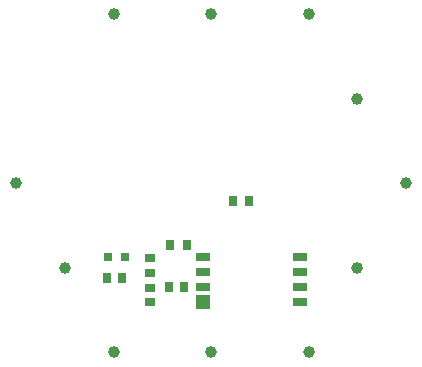
<source format=gbr>
G04*
G04 #@! TF.GenerationSoftware,Altium Limited,Altium Designer,25.8.1 (18)*
G04*
G04 Layer_Color=8421504*
%FSLAX44Y44*%
%MOMM*%
G71*
G04*
G04 #@! TF.SameCoordinates,1A4DDBEB-C1CA-4CE2-9A89-746601BF3F7A*
G04*
G04*
G04 #@! TF.FilePolarity,Positive*
G04*
G01*
G75*
%ADD14R,0.8000X0.9500*%
%ADD15R,1.2000X1.2000*%
%ADD16R,0.9500X0.8000*%
%ADD17R,0.6400X0.8900*%
%ADD18R,1.2000X0.8000*%
%ADD19R,0.8000X0.8000*%
G04:AMPARAMS|DCode=20|XSize=1mm|YSize=1mm|CornerRadius=0.5mm|HoleSize=0mm|Usage=FLASHONLY|Rotation=300.000|XOffset=0mm|YOffset=0mm|HoleType=Round|Shape=RoundedRectangle|*
%AMROUNDEDRECTD20*
21,1,1.0000,0.0000,0,0,300.0*
21,1,0.0000,1.0000,0,0,300.0*
1,1,1.0000,0.0000,0.0000*
1,1,1.0000,0.0000,0.0000*
1,1,1.0000,0.0000,0.0000*
1,1,1.0000,0.0000,0.0000*
%
%ADD20ROUNDEDRECTD20*%
G04:AMPARAMS|DCode=21|XSize=1mm|YSize=1mm|CornerRadius=0.5mm|HoleSize=0mm|Usage=FLASHONLY|Rotation=0.000|XOffset=0mm|YOffset=0mm|HoleType=Round|Shape=RoundedRectangle|*
%AMROUNDEDRECTD21*
21,1,1.0000,0.0000,0,0,0.0*
21,1,0.0000,1.0000,0,0,0.0*
1,1,1.0000,0.0000,0.0000*
1,1,1.0000,0.0000,0.0000*
1,1,1.0000,0.0000,0.0000*
1,1,1.0000,0.0000,0.0000*
%
%ADD21ROUNDEDRECTD21*%
G04:AMPARAMS|DCode=22|XSize=1mm|YSize=1mm|CornerRadius=0.5mm|HoleSize=0mm|Usage=FLASHONLY|Rotation=240.000|XOffset=0mm|YOffset=0mm|HoleType=Round|Shape=RoundedRectangle|*
%AMROUNDEDRECTD22*
21,1,1.0000,0.0000,0,0,240.0*
21,1,0.0000,1.0000,0,0,240.0*
1,1,1.0000,0.0000,0.0000*
1,1,1.0000,0.0000,0.0000*
1,1,1.0000,0.0000,0.0000*
1,1,1.0000,0.0000,0.0000*
%
%ADD22ROUNDEDRECTD22*%
D14*
X-88292Y-80010D02*
D03*
X-75792D02*
D03*
X-35460Y-88138D02*
D03*
X-22960D02*
D03*
D15*
X-6904Y-100330D02*
D03*
D16*
X-52070Y-100738D02*
D03*
Y-63166D02*
D03*
Y-75666D02*
D03*
Y-88238D02*
D03*
D17*
X-34720Y-51872D02*
D03*
X18400Y-15240D02*
D03*
X32400D02*
D03*
X-20720Y-51872D02*
D03*
D18*
X-6904Y-74930D02*
D03*
Y-62230D02*
D03*
Y-87630D02*
D03*
X75096Y-62230D02*
D03*
Y-74930D02*
D03*
Y-87630D02*
D03*
Y-100330D02*
D03*
D19*
X-87523Y-62689D02*
D03*
X-72523D02*
D03*
D20*
X123901Y-71601D02*
D03*
X82601Y-143101D02*
D03*
X-82601Y143101D02*
D03*
D21*
X123901Y71501D02*
D03*
X-123901Y-71501D02*
D03*
X165199Y-0D02*
D03*
X-165199D02*
D03*
D22*
X-0Y-142621D02*
D03*
Y143101D02*
D03*
X82601D02*
D03*
X-82601Y-143101D02*
D03*
M02*

</source>
